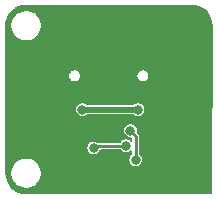
<source format=gbl>
G04 #@! TF.GenerationSoftware,KiCad,Pcbnew,(5.1.4)-1*
G04 #@! TF.CreationDate,2022-05-10T00:39:04+09:00*
G04 #@! TF.ProjectId,Unified-Daughterboard,556e6966-6965-4642-9d44-617567687465,C3*
G04 #@! TF.SameCoordinates,Original*
G04 #@! TF.FileFunction,Copper,L2,Bot*
G04 #@! TF.FilePolarity,Positive*
%FSLAX46Y46*%
G04 Gerber Fmt 4.6, Leading zero omitted, Abs format (unit mm)*
G04 Created by KiCad (PCBNEW (5.1.4)-1) date 2022-05-10 00:39:04*
%MOMM*%
%LPD*%
G04 APERTURE LIST*
%ADD10O,1.100000X2.200000*%
%ADD11O,1.300000X1.900000*%
%ADD12C,3.500001*%
%ADD13C,0.800000*%
%ADD14C,0.508000*%
%ADD15C,0.254000*%
%ADD16C,0.152400*%
G04 APERTURE END LIST*
D10*
X70702500Y-63343000D03*
D11*
X70702500Y-59143000D03*
X79302500Y-59143000D03*
D10*
X79302500Y-63343000D03*
D12*
X82004500Y-58543000D03*
D13*
X71628000Y-69596000D03*
X75002500Y-67891000D03*
X75000000Y-62500000D03*
X72009000Y-66929000D03*
X76454000Y-68707000D03*
X73723500Y-68897500D03*
X76835000Y-67437000D03*
X77279500Y-69913500D03*
X72771000Y-65659000D03*
X77470000Y-65659000D03*
D14*
X71628000Y-69596000D02*
X71628000Y-66929000D01*
X79302500Y-63343000D02*
X79302500Y-59143000D01*
X74040500Y-66929000D02*
X75002500Y-67891000D01*
X79302500Y-59143000D02*
X79287000Y-59143000D01*
X79287000Y-59143000D02*
X75930000Y-62500000D01*
X75930000Y-62500000D02*
X75000000Y-62500000D01*
X71628000Y-64268500D02*
X70702500Y-63343000D01*
X71628000Y-66929000D02*
X71628000Y-64268500D01*
X71628000Y-66929000D02*
X72009000Y-66929000D01*
X72009000Y-66929000D02*
X74040500Y-66929000D01*
D15*
X73914000Y-68707000D02*
X73723500Y-68897500D01*
X76454000Y-68707000D02*
X73914000Y-68707000D01*
X77279500Y-67881500D02*
X76835000Y-67437000D01*
X77279500Y-69913500D02*
X77279500Y-67881500D01*
D14*
X77470000Y-65659000D02*
X72771000Y-65659000D01*
D16*
G36*
X82333717Y-56880336D02*
G01*
X82650391Y-56975945D01*
X82942466Y-57131244D01*
X83198814Y-57340317D01*
X83409674Y-57595202D01*
X83567004Y-57886178D01*
X83664825Y-58202186D01*
X83700901Y-58545421D01*
X83698902Y-72528131D01*
X83693732Y-72580863D01*
X83682735Y-72617287D01*
X83664873Y-72650880D01*
X83640825Y-72680365D01*
X83611511Y-72704616D01*
X83578045Y-72722711D01*
X83541697Y-72733963D01*
X83489965Y-72739400D01*
X68019348Y-72739400D01*
X67675281Y-72705664D01*
X67358607Y-72610054D01*
X67066531Y-72454753D01*
X66810186Y-72245683D01*
X66599326Y-71990798D01*
X66441994Y-71699818D01*
X66344175Y-71383815D01*
X66308100Y-71040584D01*
X66308100Y-70912144D01*
X66673900Y-70912144D01*
X66673900Y-71173856D01*
X66724957Y-71430538D01*
X66825110Y-71672328D01*
X66970509Y-71889933D01*
X67155567Y-72074991D01*
X67373172Y-72220390D01*
X67614962Y-72320543D01*
X67871644Y-72371600D01*
X68133356Y-72371600D01*
X68390038Y-72320543D01*
X68631828Y-72220390D01*
X68849433Y-72074991D01*
X69034491Y-71889933D01*
X69179890Y-71672328D01*
X69280043Y-71430538D01*
X69331100Y-71173856D01*
X69331100Y-70912144D01*
X69280043Y-70655462D01*
X69179890Y-70413672D01*
X69034491Y-70196067D01*
X68849433Y-70011009D01*
X68631828Y-69865610D01*
X68390038Y-69765457D01*
X68133356Y-69714400D01*
X67871644Y-69714400D01*
X67614962Y-69765457D01*
X67373172Y-69865610D01*
X67155567Y-70011009D01*
X66970509Y-70196067D01*
X66825110Y-70413672D01*
X66724957Y-70655462D01*
X66673900Y-70912144D01*
X66308100Y-70912144D01*
X66308100Y-68835588D01*
X73094900Y-68835588D01*
X73094900Y-68959412D01*
X73119056Y-69080856D01*
X73166441Y-69195254D01*
X73235234Y-69298209D01*
X73322791Y-69385766D01*
X73425746Y-69454559D01*
X73540144Y-69501944D01*
X73661588Y-69526100D01*
X73785412Y-69526100D01*
X73906856Y-69501944D01*
X74021254Y-69454559D01*
X74124209Y-69385766D01*
X74211766Y-69298209D01*
X74280559Y-69195254D01*
X74327944Y-69080856D01*
X74331575Y-69062600D01*
X75935593Y-69062600D01*
X75965734Y-69107709D01*
X76053291Y-69195266D01*
X76156246Y-69264059D01*
X76270644Y-69311444D01*
X76392088Y-69335600D01*
X76515912Y-69335600D01*
X76637356Y-69311444D01*
X76751754Y-69264059D01*
X76854709Y-69195266D01*
X76923900Y-69126075D01*
X76923900Y-69395093D01*
X76878791Y-69425234D01*
X76791234Y-69512791D01*
X76722441Y-69615746D01*
X76675056Y-69730144D01*
X76650900Y-69851588D01*
X76650900Y-69975412D01*
X76675056Y-70096856D01*
X76722441Y-70211254D01*
X76791234Y-70314209D01*
X76878791Y-70401766D01*
X76981746Y-70470559D01*
X77096144Y-70517944D01*
X77217588Y-70542100D01*
X77341412Y-70542100D01*
X77462856Y-70517944D01*
X77577254Y-70470559D01*
X77680209Y-70401766D01*
X77767766Y-70314209D01*
X77836559Y-70211254D01*
X77883944Y-70096856D01*
X77908100Y-69975412D01*
X77908100Y-69851588D01*
X77883944Y-69730144D01*
X77836559Y-69615746D01*
X77767766Y-69512791D01*
X77680209Y-69425234D01*
X77635100Y-69395093D01*
X77635100Y-67898955D01*
X77636819Y-67881500D01*
X77635100Y-67864044D01*
X77635100Y-67864037D01*
X77629954Y-67811790D01*
X77609621Y-67744760D01*
X77576601Y-67682984D01*
X77532163Y-67628837D01*
X77518599Y-67617706D01*
X77453016Y-67552122D01*
X77463600Y-67498912D01*
X77463600Y-67375088D01*
X77439444Y-67253644D01*
X77392059Y-67139246D01*
X77323266Y-67036291D01*
X77235709Y-66948734D01*
X77132754Y-66879941D01*
X77018356Y-66832556D01*
X76896912Y-66808400D01*
X76773088Y-66808400D01*
X76651644Y-66832556D01*
X76537246Y-66879941D01*
X76434291Y-66948734D01*
X76346734Y-67036291D01*
X76277941Y-67139246D01*
X76230556Y-67253644D01*
X76206400Y-67375088D01*
X76206400Y-67498912D01*
X76230556Y-67620356D01*
X76277941Y-67734754D01*
X76346734Y-67837709D01*
X76434291Y-67925266D01*
X76537246Y-67994059D01*
X76651644Y-68041444D01*
X76773088Y-68065600D01*
X76896912Y-68065600D01*
X76923901Y-68060232D01*
X76923901Y-68287926D01*
X76854709Y-68218734D01*
X76751754Y-68149941D01*
X76637356Y-68102556D01*
X76515912Y-68078400D01*
X76392088Y-68078400D01*
X76270644Y-68102556D01*
X76156246Y-68149941D01*
X76053291Y-68218734D01*
X75965734Y-68306291D01*
X75935593Y-68351400D01*
X74037655Y-68351400D01*
X74021254Y-68340441D01*
X73906856Y-68293056D01*
X73785412Y-68268900D01*
X73661588Y-68268900D01*
X73540144Y-68293056D01*
X73425746Y-68340441D01*
X73322791Y-68409234D01*
X73235234Y-68496791D01*
X73166441Y-68599746D01*
X73119056Y-68714144D01*
X73094900Y-68835588D01*
X66308100Y-68835588D01*
X66308100Y-65597088D01*
X72142400Y-65597088D01*
X72142400Y-65720912D01*
X72166556Y-65842356D01*
X72213941Y-65956754D01*
X72282734Y-66059709D01*
X72370291Y-66147266D01*
X72473246Y-66216059D01*
X72587644Y-66263444D01*
X72709088Y-66287600D01*
X72832912Y-66287600D01*
X72954356Y-66263444D01*
X73068754Y-66216059D01*
X73171709Y-66147266D01*
X73177375Y-66141600D01*
X77063625Y-66141600D01*
X77069291Y-66147266D01*
X77172246Y-66216059D01*
X77286644Y-66263444D01*
X77408088Y-66287600D01*
X77531912Y-66287600D01*
X77653356Y-66263444D01*
X77767754Y-66216059D01*
X77870709Y-66147266D01*
X77958266Y-66059709D01*
X78027059Y-65956754D01*
X78074444Y-65842356D01*
X78098600Y-65720912D01*
X78098600Y-65597088D01*
X78074444Y-65475644D01*
X78027059Y-65361246D01*
X77958266Y-65258291D01*
X77870709Y-65170734D01*
X77767754Y-65101941D01*
X77653356Y-65054556D01*
X77531912Y-65030400D01*
X77408088Y-65030400D01*
X77286644Y-65054556D01*
X77172246Y-65101941D01*
X77069291Y-65170734D01*
X77063625Y-65176400D01*
X73177375Y-65176400D01*
X73171709Y-65170734D01*
X73068754Y-65101941D01*
X72954356Y-65054556D01*
X72832912Y-65030400D01*
X72709088Y-65030400D01*
X72587644Y-65054556D01*
X72473246Y-65101941D01*
X72370291Y-65170734D01*
X72282734Y-65258291D01*
X72213941Y-65361246D01*
X72166556Y-65475644D01*
X72142400Y-65597088D01*
X66308100Y-65597088D01*
X66308100Y-62737475D01*
X71558900Y-62737475D01*
X71558900Y-62846525D01*
X71580174Y-62953479D01*
X71621906Y-63054228D01*
X71682491Y-63144900D01*
X71759600Y-63222009D01*
X71850272Y-63282594D01*
X71951021Y-63324326D01*
X72057975Y-63345600D01*
X72167025Y-63345600D01*
X72273979Y-63324326D01*
X72374728Y-63282594D01*
X72465400Y-63222009D01*
X72542509Y-63144900D01*
X72603094Y-63054228D01*
X72644826Y-62953479D01*
X72666100Y-62846525D01*
X72666100Y-62737475D01*
X77338900Y-62737475D01*
X77338900Y-62846525D01*
X77360174Y-62953479D01*
X77401906Y-63054228D01*
X77462491Y-63144900D01*
X77539600Y-63222009D01*
X77630272Y-63282594D01*
X77731021Y-63324326D01*
X77837975Y-63345600D01*
X77947025Y-63345600D01*
X78053979Y-63324326D01*
X78154728Y-63282594D01*
X78245400Y-63222009D01*
X78322509Y-63144900D01*
X78383094Y-63054228D01*
X78424826Y-62953479D01*
X78446100Y-62846525D01*
X78446100Y-62737475D01*
X78424826Y-62630521D01*
X78383094Y-62529772D01*
X78322509Y-62439100D01*
X78245400Y-62361991D01*
X78154728Y-62301406D01*
X78053979Y-62259674D01*
X77947025Y-62238400D01*
X77837975Y-62238400D01*
X77731021Y-62259674D01*
X77630272Y-62301406D01*
X77539600Y-62361991D01*
X77462491Y-62439100D01*
X77401906Y-62529772D01*
X77360174Y-62630521D01*
X77338900Y-62737475D01*
X72666100Y-62737475D01*
X72644826Y-62630521D01*
X72603094Y-62529772D01*
X72542509Y-62439100D01*
X72465400Y-62361991D01*
X72374728Y-62301406D01*
X72273979Y-62259674D01*
X72167025Y-62238400D01*
X72057975Y-62238400D01*
X71951021Y-62259674D01*
X71850272Y-62301406D01*
X71759600Y-62361991D01*
X71682491Y-62439100D01*
X71621906Y-62529772D01*
X71580174Y-62630521D01*
X71558900Y-62737475D01*
X66308100Y-62737475D01*
X66308100Y-58557848D01*
X66322386Y-58412144D01*
X66675900Y-58412144D01*
X66675900Y-58673856D01*
X66726957Y-58930538D01*
X66827110Y-59172328D01*
X66972509Y-59389933D01*
X67157567Y-59574991D01*
X67375172Y-59720390D01*
X67616962Y-59820543D01*
X67873644Y-59871600D01*
X68135356Y-59871600D01*
X68392038Y-59820543D01*
X68633828Y-59720390D01*
X68851433Y-59574991D01*
X69036491Y-59389933D01*
X69181890Y-59172328D01*
X69282043Y-58930538D01*
X69333100Y-58673856D01*
X69333100Y-58412144D01*
X69282043Y-58155462D01*
X69181890Y-57913672D01*
X69036491Y-57696067D01*
X68851433Y-57511009D01*
X68633828Y-57365610D01*
X68392038Y-57265457D01*
X68135356Y-57214400D01*
X67873644Y-57214400D01*
X67616962Y-57265457D01*
X67375172Y-57365610D01*
X67157567Y-57511009D01*
X66972509Y-57696067D01*
X66827110Y-57913672D01*
X66726957Y-58155462D01*
X66675900Y-58412144D01*
X66322386Y-58412144D01*
X66341836Y-58213783D01*
X66437445Y-57897109D01*
X66592744Y-57605034D01*
X66801817Y-57348686D01*
X67056702Y-57137826D01*
X67347678Y-56980496D01*
X67663686Y-56882675D01*
X68006916Y-56846600D01*
X81989652Y-56846600D01*
X82333717Y-56880336D01*
X82333717Y-56880336D01*
G37*
X82333717Y-56880336D02*
X82650391Y-56975945D01*
X82942466Y-57131244D01*
X83198814Y-57340317D01*
X83409674Y-57595202D01*
X83567004Y-57886178D01*
X83664825Y-58202186D01*
X83700901Y-58545421D01*
X83698902Y-72528131D01*
X83693732Y-72580863D01*
X83682735Y-72617287D01*
X83664873Y-72650880D01*
X83640825Y-72680365D01*
X83611511Y-72704616D01*
X83578045Y-72722711D01*
X83541697Y-72733963D01*
X83489965Y-72739400D01*
X68019348Y-72739400D01*
X67675281Y-72705664D01*
X67358607Y-72610054D01*
X67066531Y-72454753D01*
X66810186Y-72245683D01*
X66599326Y-71990798D01*
X66441994Y-71699818D01*
X66344175Y-71383815D01*
X66308100Y-71040584D01*
X66308100Y-70912144D01*
X66673900Y-70912144D01*
X66673900Y-71173856D01*
X66724957Y-71430538D01*
X66825110Y-71672328D01*
X66970509Y-71889933D01*
X67155567Y-72074991D01*
X67373172Y-72220390D01*
X67614962Y-72320543D01*
X67871644Y-72371600D01*
X68133356Y-72371600D01*
X68390038Y-72320543D01*
X68631828Y-72220390D01*
X68849433Y-72074991D01*
X69034491Y-71889933D01*
X69179890Y-71672328D01*
X69280043Y-71430538D01*
X69331100Y-71173856D01*
X69331100Y-70912144D01*
X69280043Y-70655462D01*
X69179890Y-70413672D01*
X69034491Y-70196067D01*
X68849433Y-70011009D01*
X68631828Y-69865610D01*
X68390038Y-69765457D01*
X68133356Y-69714400D01*
X67871644Y-69714400D01*
X67614962Y-69765457D01*
X67373172Y-69865610D01*
X67155567Y-70011009D01*
X66970509Y-70196067D01*
X66825110Y-70413672D01*
X66724957Y-70655462D01*
X66673900Y-70912144D01*
X66308100Y-70912144D01*
X66308100Y-68835588D01*
X73094900Y-68835588D01*
X73094900Y-68959412D01*
X73119056Y-69080856D01*
X73166441Y-69195254D01*
X73235234Y-69298209D01*
X73322791Y-69385766D01*
X73425746Y-69454559D01*
X73540144Y-69501944D01*
X73661588Y-69526100D01*
X73785412Y-69526100D01*
X73906856Y-69501944D01*
X74021254Y-69454559D01*
X74124209Y-69385766D01*
X74211766Y-69298209D01*
X74280559Y-69195254D01*
X74327944Y-69080856D01*
X74331575Y-69062600D01*
X75935593Y-69062600D01*
X75965734Y-69107709D01*
X76053291Y-69195266D01*
X76156246Y-69264059D01*
X76270644Y-69311444D01*
X76392088Y-69335600D01*
X76515912Y-69335600D01*
X76637356Y-69311444D01*
X76751754Y-69264059D01*
X76854709Y-69195266D01*
X76923900Y-69126075D01*
X76923900Y-69395093D01*
X76878791Y-69425234D01*
X76791234Y-69512791D01*
X76722441Y-69615746D01*
X76675056Y-69730144D01*
X76650900Y-69851588D01*
X76650900Y-69975412D01*
X76675056Y-70096856D01*
X76722441Y-70211254D01*
X76791234Y-70314209D01*
X76878791Y-70401766D01*
X76981746Y-70470559D01*
X77096144Y-70517944D01*
X77217588Y-70542100D01*
X77341412Y-70542100D01*
X77462856Y-70517944D01*
X77577254Y-70470559D01*
X77680209Y-70401766D01*
X77767766Y-70314209D01*
X77836559Y-70211254D01*
X77883944Y-70096856D01*
X77908100Y-69975412D01*
X77908100Y-69851588D01*
X77883944Y-69730144D01*
X77836559Y-69615746D01*
X77767766Y-69512791D01*
X77680209Y-69425234D01*
X77635100Y-69395093D01*
X77635100Y-67898955D01*
X77636819Y-67881500D01*
X77635100Y-67864044D01*
X77635100Y-67864037D01*
X77629954Y-67811790D01*
X77609621Y-67744760D01*
X77576601Y-67682984D01*
X77532163Y-67628837D01*
X77518599Y-67617706D01*
X77453016Y-67552122D01*
X77463600Y-67498912D01*
X77463600Y-67375088D01*
X77439444Y-67253644D01*
X77392059Y-67139246D01*
X77323266Y-67036291D01*
X77235709Y-66948734D01*
X77132754Y-66879941D01*
X77018356Y-66832556D01*
X76896912Y-66808400D01*
X76773088Y-66808400D01*
X76651644Y-66832556D01*
X76537246Y-66879941D01*
X76434291Y-66948734D01*
X76346734Y-67036291D01*
X76277941Y-67139246D01*
X76230556Y-67253644D01*
X76206400Y-67375088D01*
X76206400Y-67498912D01*
X76230556Y-67620356D01*
X76277941Y-67734754D01*
X76346734Y-67837709D01*
X76434291Y-67925266D01*
X76537246Y-67994059D01*
X76651644Y-68041444D01*
X76773088Y-68065600D01*
X76896912Y-68065600D01*
X76923901Y-68060232D01*
X76923901Y-68287926D01*
X76854709Y-68218734D01*
X76751754Y-68149941D01*
X76637356Y-68102556D01*
X76515912Y-68078400D01*
X76392088Y-68078400D01*
X76270644Y-68102556D01*
X76156246Y-68149941D01*
X76053291Y-68218734D01*
X75965734Y-68306291D01*
X75935593Y-68351400D01*
X74037655Y-68351400D01*
X74021254Y-68340441D01*
X73906856Y-68293056D01*
X73785412Y-68268900D01*
X73661588Y-68268900D01*
X73540144Y-68293056D01*
X73425746Y-68340441D01*
X73322791Y-68409234D01*
X73235234Y-68496791D01*
X73166441Y-68599746D01*
X73119056Y-68714144D01*
X73094900Y-68835588D01*
X66308100Y-68835588D01*
X66308100Y-65597088D01*
X72142400Y-65597088D01*
X72142400Y-65720912D01*
X72166556Y-65842356D01*
X72213941Y-65956754D01*
X72282734Y-66059709D01*
X72370291Y-66147266D01*
X72473246Y-66216059D01*
X72587644Y-66263444D01*
X72709088Y-66287600D01*
X72832912Y-66287600D01*
X72954356Y-66263444D01*
X73068754Y-66216059D01*
X73171709Y-66147266D01*
X73177375Y-66141600D01*
X77063625Y-66141600D01*
X77069291Y-66147266D01*
X77172246Y-66216059D01*
X77286644Y-66263444D01*
X77408088Y-66287600D01*
X77531912Y-66287600D01*
X77653356Y-66263444D01*
X77767754Y-66216059D01*
X77870709Y-66147266D01*
X77958266Y-66059709D01*
X78027059Y-65956754D01*
X78074444Y-65842356D01*
X78098600Y-65720912D01*
X78098600Y-65597088D01*
X78074444Y-65475644D01*
X78027059Y-65361246D01*
X77958266Y-65258291D01*
X77870709Y-65170734D01*
X77767754Y-65101941D01*
X77653356Y-65054556D01*
X77531912Y-65030400D01*
X77408088Y-65030400D01*
X77286644Y-65054556D01*
X77172246Y-65101941D01*
X77069291Y-65170734D01*
X77063625Y-65176400D01*
X73177375Y-65176400D01*
X73171709Y-65170734D01*
X73068754Y-65101941D01*
X72954356Y-65054556D01*
X72832912Y-65030400D01*
X72709088Y-65030400D01*
X72587644Y-65054556D01*
X72473246Y-65101941D01*
X72370291Y-65170734D01*
X72282734Y-65258291D01*
X72213941Y-65361246D01*
X72166556Y-65475644D01*
X72142400Y-65597088D01*
X66308100Y-65597088D01*
X66308100Y-62737475D01*
X71558900Y-62737475D01*
X71558900Y-62846525D01*
X71580174Y-62953479D01*
X71621906Y-63054228D01*
X71682491Y-63144900D01*
X71759600Y-63222009D01*
X71850272Y-63282594D01*
X71951021Y-63324326D01*
X72057975Y-63345600D01*
X72167025Y-63345600D01*
X72273979Y-63324326D01*
X72374728Y-63282594D01*
X72465400Y-63222009D01*
X72542509Y-63144900D01*
X72603094Y-63054228D01*
X72644826Y-62953479D01*
X72666100Y-62846525D01*
X72666100Y-62737475D01*
X77338900Y-62737475D01*
X77338900Y-62846525D01*
X77360174Y-62953479D01*
X77401906Y-63054228D01*
X77462491Y-63144900D01*
X77539600Y-63222009D01*
X77630272Y-63282594D01*
X77731021Y-63324326D01*
X77837975Y-63345600D01*
X77947025Y-63345600D01*
X78053979Y-63324326D01*
X78154728Y-63282594D01*
X78245400Y-63222009D01*
X78322509Y-63144900D01*
X78383094Y-63054228D01*
X78424826Y-62953479D01*
X78446100Y-62846525D01*
X78446100Y-62737475D01*
X78424826Y-62630521D01*
X78383094Y-62529772D01*
X78322509Y-62439100D01*
X78245400Y-62361991D01*
X78154728Y-62301406D01*
X78053979Y-62259674D01*
X77947025Y-62238400D01*
X77837975Y-62238400D01*
X77731021Y-62259674D01*
X77630272Y-62301406D01*
X77539600Y-62361991D01*
X77462491Y-62439100D01*
X77401906Y-62529772D01*
X77360174Y-62630521D01*
X77338900Y-62737475D01*
X72666100Y-62737475D01*
X72644826Y-62630521D01*
X72603094Y-62529772D01*
X72542509Y-62439100D01*
X72465400Y-62361991D01*
X72374728Y-62301406D01*
X72273979Y-62259674D01*
X72167025Y-62238400D01*
X72057975Y-62238400D01*
X71951021Y-62259674D01*
X71850272Y-62301406D01*
X71759600Y-62361991D01*
X71682491Y-62439100D01*
X71621906Y-62529772D01*
X71580174Y-62630521D01*
X71558900Y-62737475D01*
X66308100Y-62737475D01*
X66308100Y-58557848D01*
X66322386Y-58412144D01*
X66675900Y-58412144D01*
X66675900Y-58673856D01*
X66726957Y-58930538D01*
X66827110Y-59172328D01*
X66972509Y-59389933D01*
X67157567Y-59574991D01*
X67375172Y-59720390D01*
X67616962Y-59820543D01*
X67873644Y-59871600D01*
X68135356Y-59871600D01*
X68392038Y-59820543D01*
X68633828Y-59720390D01*
X68851433Y-59574991D01*
X69036491Y-59389933D01*
X69181890Y-59172328D01*
X69282043Y-58930538D01*
X69333100Y-58673856D01*
X69333100Y-58412144D01*
X69282043Y-58155462D01*
X69181890Y-57913672D01*
X69036491Y-57696067D01*
X68851433Y-57511009D01*
X68633828Y-57365610D01*
X68392038Y-57265457D01*
X68135356Y-57214400D01*
X67873644Y-57214400D01*
X67616962Y-57265457D01*
X67375172Y-57365610D01*
X67157567Y-57511009D01*
X66972509Y-57696067D01*
X66827110Y-57913672D01*
X66726957Y-58155462D01*
X66675900Y-58412144D01*
X66322386Y-58412144D01*
X66341836Y-58213783D01*
X66437445Y-57897109D01*
X66592744Y-57605034D01*
X66801817Y-57348686D01*
X67056702Y-57137826D01*
X67347678Y-56980496D01*
X67663686Y-56882675D01*
X68006916Y-56846600D01*
X81989652Y-56846600D01*
X82333717Y-56880336D01*
M02*

</source>
